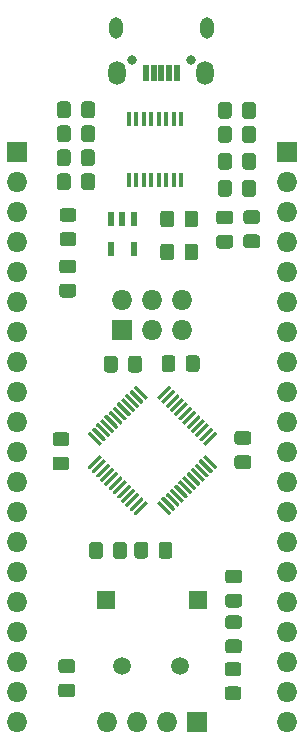
<source format=gbr>
%TF.GenerationSoftware,KiCad,Pcbnew,(5.1.6)-1*%
%TF.CreationDate,2021-02-05T10:54:59+01:00*%
%TF.ProjectId,DIY_Blackpill,4449595f-426c-4616-936b-70696c6c2e6b,rev?*%
%TF.SameCoordinates,Original*%
%TF.FileFunction,Soldermask,Top*%
%TF.FilePolarity,Negative*%
%FSLAX46Y46*%
G04 Gerber Fmt 4.6, Leading zero omitted, Abs format (unit mm)*
G04 Created by KiCad (PCBNEW (5.1.6)-1) date 2021-02-05 10:54:59*
%MOMM*%
%LPD*%
G01*
G04 APERTURE LIST*
%ADD10R,0.620000X1.270000*%
%ADD11O,1.720000X1.720000*%
%ADD12R,1.720000X1.720000*%
%ADD13R,1.520000X1.520000*%
%ADD14R,0.470000X1.320000*%
%ADD15O,1.470000X2.020000*%
%ADD16O,1.170000X1.820000*%
%ADD17O,0.820000X0.820000*%
%ADD18R,0.420000X1.220000*%
%ADD19C,1.520000*%
G04 APERTURE END LIST*
D10*
%TO.C,U3*%
X63180000Y-56114000D03*
X61280000Y-56114000D03*
X61280000Y-53614000D03*
X62230000Y-53614000D03*
X63180000Y-53614000D03*
%TD*%
D11*
%TO.C,J1*%
X53340000Y-96180000D03*
X53340000Y-93640000D03*
X53340000Y-91100000D03*
X53340000Y-88560000D03*
X53340000Y-86020000D03*
X53340000Y-83480000D03*
X53340000Y-80940000D03*
X53340000Y-78400000D03*
X53340000Y-75860000D03*
X53340000Y-73320000D03*
X53340000Y-70780000D03*
X53340000Y-68240000D03*
X53340000Y-65700000D03*
X53340000Y-63160000D03*
X53340000Y-60620000D03*
X53340000Y-58080000D03*
X53340000Y-55540000D03*
X53340000Y-53000000D03*
X53340000Y-50460000D03*
D12*
X53340000Y-47920000D03*
%TD*%
D13*
%TO.C,SW1*%
X68670000Y-85852000D03*
X60870000Y-85852000D03*
%TD*%
D11*
%TO.C,J4*%
X67310000Y-60452000D03*
X67310000Y-62992000D03*
X64770000Y-60452000D03*
X64770000Y-62992000D03*
X62230000Y-60452000D03*
D12*
X62230000Y-62992000D03*
%TD*%
%TO.C,C1*%
G36*
G01*
X59894000Y-47956747D02*
X59894000Y-48868053D01*
G75*
G02*
X59639653Y-49122400I-254347J0D01*
G01*
X58978347Y-49122400D01*
G75*
G02*
X58724000Y-48868053I0J254347D01*
G01*
X58724000Y-47956747D01*
G75*
G02*
X58978347Y-47702400I254347J0D01*
G01*
X59639653Y-47702400D01*
G75*
G02*
X59894000Y-47956747I0J-254347D01*
G01*
G37*
G36*
G01*
X57844000Y-47956747D02*
X57844000Y-48868053D01*
G75*
G02*
X57589653Y-49122400I-254347J0D01*
G01*
X56928347Y-49122400D01*
G75*
G02*
X56674000Y-48868053I0J254347D01*
G01*
X56674000Y-47956747D01*
G75*
G02*
X56928347Y-47702400I254347J0D01*
G01*
X57589653Y-47702400D01*
G75*
G02*
X57844000Y-47956747I0J-254347D01*
G01*
G37*
%TD*%
%TO.C,C2*%
G36*
G01*
X72883753Y-74765700D02*
X71972447Y-74765700D01*
G75*
G02*
X71718100Y-74511353I0J254347D01*
G01*
X71718100Y-73850047D01*
G75*
G02*
X71972447Y-73595700I254347J0D01*
G01*
X72883753Y-73595700D01*
G75*
G02*
X73138100Y-73850047I0J-254347D01*
G01*
X73138100Y-74511353D01*
G75*
G02*
X72883753Y-74765700I-254347J0D01*
G01*
G37*
G36*
G01*
X72883753Y-72715700D02*
X71972447Y-72715700D01*
G75*
G02*
X71718100Y-72461353I0J254347D01*
G01*
X71718100Y-71800047D01*
G75*
G02*
X71972447Y-71545700I254347J0D01*
G01*
X72883753Y-71545700D01*
G75*
G02*
X73138100Y-71800047I0J-254347D01*
G01*
X73138100Y-72461353D01*
G75*
G02*
X72883753Y-72715700I-254347J0D01*
G01*
G37*
%TD*%
%TO.C,C3*%
G36*
G01*
X70313800Y-46886853D02*
X70313800Y-45975547D01*
G75*
G02*
X70568147Y-45721200I254347J0D01*
G01*
X71229453Y-45721200D01*
G75*
G02*
X71483800Y-45975547I0J-254347D01*
G01*
X71483800Y-46886853D01*
G75*
G02*
X71229453Y-47141200I-254347J0D01*
G01*
X70568147Y-47141200D01*
G75*
G02*
X70313800Y-46886853I0J254347D01*
G01*
G37*
G36*
G01*
X72363800Y-46886853D02*
X72363800Y-45975547D01*
G75*
G02*
X72618147Y-45721200I254347J0D01*
G01*
X73279453Y-45721200D01*
G75*
G02*
X73533800Y-45975547I0J-254347D01*
G01*
X73533800Y-46886853D01*
G75*
G02*
X73279453Y-47141200I-254347J0D01*
G01*
X72618147Y-47141200D01*
G75*
G02*
X72363800Y-46886853I0J254347D01*
G01*
G37*
%TD*%
%TO.C,C4*%
G36*
G01*
X57862000Y-43892747D02*
X57862000Y-44804053D01*
G75*
G02*
X57607653Y-45058400I-254347J0D01*
G01*
X56946347Y-45058400D01*
G75*
G02*
X56692000Y-44804053I0J254347D01*
G01*
X56692000Y-43892747D01*
G75*
G02*
X56946347Y-43638400I254347J0D01*
G01*
X57607653Y-43638400D01*
G75*
G02*
X57862000Y-43892747I0J-254347D01*
G01*
G37*
G36*
G01*
X59912000Y-43892747D02*
X59912000Y-44804053D01*
G75*
G02*
X59657653Y-45058400I-254347J0D01*
G01*
X58996347Y-45058400D01*
G75*
G02*
X58742000Y-44804053I0J254347D01*
G01*
X58742000Y-43892747D01*
G75*
G02*
X58996347Y-43638400I254347J0D01*
G01*
X59657653Y-43638400D01*
G75*
G02*
X59912000Y-43892747I0J-254347D01*
G01*
G37*
%TD*%
%TO.C,C5*%
G36*
G01*
X72363800Y-51458853D02*
X72363800Y-50547547D01*
G75*
G02*
X72618147Y-50293200I254347J0D01*
G01*
X73279453Y-50293200D01*
G75*
G02*
X73533800Y-50547547I0J-254347D01*
G01*
X73533800Y-51458853D01*
G75*
G02*
X73279453Y-51713200I-254347J0D01*
G01*
X72618147Y-51713200D01*
G75*
G02*
X72363800Y-51458853I0J254347D01*
G01*
G37*
G36*
G01*
X70313800Y-51458853D02*
X70313800Y-50547547D01*
G75*
G02*
X70568147Y-50293200I254347J0D01*
G01*
X71229453Y-50293200D01*
G75*
G02*
X71483800Y-50547547I0J-254347D01*
G01*
X71483800Y-51458853D01*
G75*
G02*
X71229453Y-51713200I-254347J0D01*
G01*
X70568147Y-51713200D01*
G75*
G02*
X70313800Y-51458853I0J254347D01*
G01*
G37*
%TD*%
%TO.C,C6*%
G36*
G01*
X68758600Y-65381147D02*
X68758600Y-66292453D01*
G75*
G02*
X68504253Y-66546800I-254347J0D01*
G01*
X67842947Y-66546800D01*
G75*
G02*
X67588600Y-66292453I0J254347D01*
G01*
X67588600Y-65381147D01*
G75*
G02*
X67842947Y-65126800I254347J0D01*
G01*
X68504253Y-65126800D01*
G75*
G02*
X68758600Y-65381147I0J-254347D01*
G01*
G37*
G36*
G01*
X66708600Y-65381147D02*
X66708600Y-66292453D01*
G75*
G02*
X66454253Y-66546800I-254347J0D01*
G01*
X65792947Y-66546800D01*
G75*
G02*
X65538600Y-66292453I0J254347D01*
G01*
X65538600Y-65381147D01*
G75*
G02*
X65792947Y-65126800I254347J0D01*
G01*
X66454253Y-65126800D01*
G75*
G02*
X66708600Y-65381147I0J-254347D01*
G01*
G37*
%TD*%
%TO.C,C7*%
G36*
G01*
X59912000Y-45924747D02*
X59912000Y-46836053D01*
G75*
G02*
X59657653Y-47090400I-254347J0D01*
G01*
X58996347Y-47090400D01*
G75*
G02*
X58742000Y-46836053I0J254347D01*
G01*
X58742000Y-45924747D01*
G75*
G02*
X58996347Y-45670400I254347J0D01*
G01*
X59657653Y-45670400D01*
G75*
G02*
X59912000Y-45924747I0J-254347D01*
G01*
G37*
G36*
G01*
X57862000Y-45924747D02*
X57862000Y-46836053D01*
G75*
G02*
X57607653Y-47090400I-254347J0D01*
G01*
X56946347Y-47090400D01*
G75*
G02*
X56692000Y-46836053I0J254347D01*
G01*
X56692000Y-45924747D01*
G75*
G02*
X56946347Y-45670400I254347J0D01*
G01*
X57607653Y-45670400D01*
G75*
G02*
X57862000Y-45924747I0J-254347D01*
G01*
G37*
%TD*%
%TO.C,C8*%
G36*
G01*
X57478653Y-74880000D02*
X56567347Y-74880000D01*
G75*
G02*
X56313000Y-74625653I0J254347D01*
G01*
X56313000Y-73964347D01*
G75*
G02*
X56567347Y-73710000I254347J0D01*
G01*
X57478653Y-73710000D01*
G75*
G02*
X57733000Y-73964347I0J-254347D01*
G01*
X57733000Y-74625653D01*
G75*
G02*
X57478653Y-74880000I-254347J0D01*
G01*
G37*
G36*
G01*
X57478653Y-72830000D02*
X56567347Y-72830000D01*
G75*
G02*
X56313000Y-72575653I0J254347D01*
G01*
X56313000Y-71914347D01*
G75*
G02*
X56567347Y-71660000I254347J0D01*
G01*
X57478653Y-71660000D01*
G75*
G02*
X57733000Y-71914347I0J-254347D01*
G01*
X57733000Y-72575653D01*
G75*
G02*
X57478653Y-72830000I-254347J0D01*
G01*
G37*
%TD*%
%TO.C,C9*%
G36*
G01*
X57853000Y-49988747D02*
X57853000Y-50900053D01*
G75*
G02*
X57598653Y-51154400I-254347J0D01*
G01*
X56937347Y-51154400D01*
G75*
G02*
X56683000Y-50900053I0J254347D01*
G01*
X56683000Y-49988747D01*
G75*
G02*
X56937347Y-49734400I254347J0D01*
G01*
X57598653Y-49734400D01*
G75*
G02*
X57853000Y-49988747I0J-254347D01*
G01*
G37*
G36*
G01*
X59903000Y-49988747D02*
X59903000Y-50900053D01*
G75*
G02*
X59648653Y-51154400I-254347J0D01*
G01*
X58987347Y-51154400D01*
G75*
G02*
X58733000Y-50900053I0J254347D01*
G01*
X58733000Y-49988747D01*
G75*
G02*
X58987347Y-49734400I254347J0D01*
G01*
X59648653Y-49734400D01*
G75*
G02*
X59903000Y-49988747I0J-254347D01*
G01*
G37*
%TD*%
%TO.C,C10*%
G36*
G01*
X62711800Y-66343253D02*
X62711800Y-65431947D01*
G75*
G02*
X62966147Y-65177600I254347J0D01*
G01*
X63627453Y-65177600D01*
G75*
G02*
X63881800Y-65431947I0J-254347D01*
G01*
X63881800Y-66343253D01*
G75*
G02*
X63627453Y-66597600I-254347J0D01*
G01*
X62966147Y-66597600D01*
G75*
G02*
X62711800Y-66343253I0J254347D01*
G01*
G37*
G36*
G01*
X60661800Y-66343253D02*
X60661800Y-65431947D01*
G75*
G02*
X60916147Y-65177600I254347J0D01*
G01*
X61577453Y-65177600D01*
G75*
G02*
X61831800Y-65431947I0J-254347D01*
G01*
X61831800Y-66343253D01*
G75*
G02*
X61577453Y-66597600I-254347J0D01*
G01*
X60916147Y-66597600D01*
G75*
G02*
X60661800Y-66343253I0J254347D01*
G01*
G37*
%TD*%
%TO.C,C11*%
G36*
G01*
X66459900Y-81179947D02*
X66459900Y-82091253D01*
G75*
G02*
X66205553Y-82345600I-254347J0D01*
G01*
X65544247Y-82345600D01*
G75*
G02*
X65289900Y-82091253I0J254347D01*
G01*
X65289900Y-81179947D01*
G75*
G02*
X65544247Y-80925600I254347J0D01*
G01*
X66205553Y-80925600D01*
G75*
G02*
X66459900Y-81179947I0J-254347D01*
G01*
G37*
G36*
G01*
X64409900Y-81179947D02*
X64409900Y-82091253D01*
G75*
G02*
X64155553Y-82345600I-254347J0D01*
G01*
X63494247Y-82345600D01*
G75*
G02*
X63239900Y-82091253I0J254347D01*
G01*
X63239900Y-81179947D01*
G75*
G02*
X63494247Y-80925600I254347J0D01*
G01*
X64155553Y-80925600D01*
G75*
G02*
X64409900Y-81179947I0J-254347D01*
G01*
G37*
%TD*%
%TO.C,C12*%
G36*
G01*
X71185047Y-89196600D02*
X72096353Y-89196600D01*
G75*
G02*
X72350700Y-89450947I0J-254347D01*
G01*
X72350700Y-90112253D01*
G75*
G02*
X72096353Y-90366600I-254347J0D01*
G01*
X71185047Y-90366600D01*
G75*
G02*
X70930700Y-90112253I0J254347D01*
G01*
X70930700Y-89450947D01*
G75*
G02*
X71185047Y-89196600I254347J0D01*
G01*
G37*
G36*
G01*
X71185047Y-87146600D02*
X72096353Y-87146600D01*
G75*
G02*
X72350700Y-87400947I0J-254347D01*
G01*
X72350700Y-88062253D01*
G75*
G02*
X72096353Y-88316600I-254347J0D01*
G01*
X71185047Y-88316600D01*
G75*
G02*
X70930700Y-88062253I0J254347D01*
G01*
X70930700Y-87400947D01*
G75*
G02*
X71185047Y-87146600I254347J0D01*
G01*
G37*
%TD*%
%TO.C,C13*%
G36*
G01*
X66607000Y-53138347D02*
X66607000Y-54049653D01*
G75*
G02*
X66352653Y-54304000I-254347J0D01*
G01*
X65691347Y-54304000D01*
G75*
G02*
X65437000Y-54049653I0J254347D01*
G01*
X65437000Y-53138347D01*
G75*
G02*
X65691347Y-52884000I254347J0D01*
G01*
X66352653Y-52884000D01*
G75*
G02*
X66607000Y-53138347I0J-254347D01*
G01*
G37*
G36*
G01*
X68657000Y-53138347D02*
X68657000Y-54049653D01*
G75*
G02*
X68402653Y-54304000I-254347J0D01*
G01*
X67741347Y-54304000D01*
G75*
G02*
X67487000Y-54049653I0J254347D01*
G01*
X67487000Y-53138347D01*
G75*
G02*
X67741347Y-52884000I254347J0D01*
G01*
X68402653Y-52884000D01*
G75*
G02*
X68657000Y-53138347I0J-254347D01*
G01*
G37*
%TD*%
%TO.C,C14*%
G36*
G01*
X72045553Y-92295400D02*
X71134247Y-92295400D01*
G75*
G02*
X70879900Y-92041053I0J254347D01*
G01*
X70879900Y-91379747D01*
G75*
G02*
X71134247Y-91125400I254347J0D01*
G01*
X72045553Y-91125400D01*
G75*
G02*
X72299900Y-91379747I0J-254347D01*
G01*
X72299900Y-92041053D01*
G75*
G02*
X72045553Y-92295400I-254347J0D01*
G01*
G37*
G36*
G01*
X72045553Y-94345400D02*
X71134247Y-94345400D01*
G75*
G02*
X70879900Y-94091053I0J254347D01*
G01*
X70879900Y-93429747D01*
G75*
G02*
X71134247Y-93175400I254347J0D01*
G01*
X72045553Y-93175400D01*
G75*
G02*
X72299900Y-93429747I0J-254347D01*
G01*
X72299900Y-94091053D01*
G75*
G02*
X72045553Y-94345400I-254347J0D01*
G01*
G37*
%TD*%
%TO.C,C15*%
G36*
G01*
X57973953Y-94095100D02*
X57062647Y-94095100D01*
G75*
G02*
X56808300Y-93840753I0J254347D01*
G01*
X56808300Y-93179447D01*
G75*
G02*
X57062647Y-92925100I254347J0D01*
G01*
X57973953Y-92925100D01*
G75*
G02*
X58228300Y-93179447I0J-254347D01*
G01*
X58228300Y-93840753D01*
G75*
G02*
X57973953Y-94095100I-254347J0D01*
G01*
G37*
G36*
G01*
X57973953Y-92045100D02*
X57062647Y-92045100D01*
G75*
G02*
X56808300Y-91790753I0J254347D01*
G01*
X56808300Y-91129447D01*
G75*
G02*
X57062647Y-90875100I254347J0D01*
G01*
X57973953Y-90875100D01*
G75*
G02*
X58228300Y-91129447I0J-254347D01*
G01*
X58228300Y-91790753D01*
G75*
G02*
X57973953Y-92045100I-254347J0D01*
G01*
G37*
%TD*%
%TO.C,C16*%
G36*
G01*
X68657000Y-55932347D02*
X68657000Y-56843653D01*
G75*
G02*
X68402653Y-57098000I-254347J0D01*
G01*
X67741347Y-57098000D01*
G75*
G02*
X67487000Y-56843653I0J254347D01*
G01*
X67487000Y-55932347D01*
G75*
G02*
X67741347Y-55678000I254347J0D01*
G01*
X68402653Y-55678000D01*
G75*
G02*
X68657000Y-55932347I0J-254347D01*
G01*
G37*
G36*
G01*
X66607000Y-55932347D02*
X66607000Y-56843653D01*
G75*
G02*
X66352653Y-57098000I-254347J0D01*
G01*
X65691347Y-57098000D01*
G75*
G02*
X65437000Y-56843653I0J254347D01*
G01*
X65437000Y-55932347D01*
G75*
G02*
X65691347Y-55678000I254347J0D01*
G01*
X66352653Y-55678000D01*
G75*
G02*
X66607000Y-55932347I0J-254347D01*
G01*
G37*
%TD*%
%TO.C,D1*%
G36*
G01*
X57138847Y-59075900D02*
X58050153Y-59075900D01*
G75*
G02*
X58304500Y-59330247I0J-254347D01*
G01*
X58304500Y-59991553D01*
G75*
G02*
X58050153Y-60245900I-254347J0D01*
G01*
X57138847Y-60245900D01*
G75*
G02*
X56884500Y-59991553I0J254347D01*
G01*
X56884500Y-59330247D01*
G75*
G02*
X57138847Y-59075900I254347J0D01*
G01*
G37*
G36*
G01*
X57138847Y-57025900D02*
X58050153Y-57025900D01*
G75*
G02*
X58304500Y-57280247I0J-254347D01*
G01*
X58304500Y-57941553D01*
G75*
G02*
X58050153Y-58195900I-254347J0D01*
G01*
X57138847Y-58195900D01*
G75*
G02*
X56884500Y-57941553I0J254347D01*
G01*
X56884500Y-57280247D01*
G75*
G02*
X57138847Y-57025900I254347J0D01*
G01*
G37*
%TD*%
%TO.C,D2*%
G36*
G01*
X71347053Y-56105700D02*
X70435747Y-56105700D01*
G75*
G02*
X70181400Y-55851353I0J254347D01*
G01*
X70181400Y-55190047D01*
G75*
G02*
X70435747Y-54935700I254347J0D01*
G01*
X71347053Y-54935700D01*
G75*
G02*
X71601400Y-55190047I0J-254347D01*
G01*
X71601400Y-55851353D01*
G75*
G02*
X71347053Y-56105700I-254347J0D01*
G01*
G37*
G36*
G01*
X71347053Y-54055700D02*
X70435747Y-54055700D01*
G75*
G02*
X70181400Y-53801353I0J254347D01*
G01*
X70181400Y-53140047D01*
G75*
G02*
X70435747Y-52885700I254347J0D01*
G01*
X71347053Y-52885700D01*
G75*
G02*
X71601400Y-53140047I0J-254347D01*
G01*
X71601400Y-53801353D01*
G75*
G02*
X71347053Y-54055700I-254347J0D01*
G01*
G37*
%TD*%
%TO.C,J2*%
X76200000Y-47920000D03*
D11*
X76200000Y-50460000D03*
X76200000Y-53000000D03*
X76200000Y-55540000D03*
X76200000Y-58080000D03*
X76200000Y-60620000D03*
X76200000Y-63160000D03*
X76200000Y-65700000D03*
X76200000Y-68240000D03*
X76200000Y-70780000D03*
X76200000Y-73320000D03*
X76200000Y-75860000D03*
X76200000Y-78400000D03*
X76200000Y-80940000D03*
X76200000Y-83480000D03*
X76200000Y-86020000D03*
X76200000Y-88560000D03*
X76200000Y-91100000D03*
X76200000Y-93640000D03*
X76200000Y-96180000D03*
%TD*%
D14*
%TO.C,J3*%
X66832000Y-41270000D03*
X66182000Y-41270000D03*
X65532000Y-41270000D03*
X64882000Y-41270000D03*
X64232000Y-41270000D03*
D15*
X69257000Y-41220000D03*
X61807000Y-41220000D03*
D16*
X69407000Y-37420000D03*
X61657000Y-37420000D03*
D17*
X68032000Y-40170000D03*
X63032000Y-40170000D03*
%TD*%
D12*
%TO.C,J5*%
X68580000Y-96180000D03*
D11*
X66040000Y-96180000D03*
X63500000Y-96180000D03*
X60960000Y-96180000D03*
%TD*%
%TO.C,R1*%
G36*
G01*
X73533800Y-43943547D02*
X73533800Y-44854853D01*
G75*
G02*
X73279453Y-45109200I-254347J0D01*
G01*
X72618147Y-45109200D01*
G75*
G02*
X72363800Y-44854853I0J254347D01*
G01*
X72363800Y-43943547D01*
G75*
G02*
X72618147Y-43689200I254347J0D01*
G01*
X73279453Y-43689200D01*
G75*
G02*
X73533800Y-43943547I0J-254347D01*
G01*
G37*
G36*
G01*
X71483800Y-43943547D02*
X71483800Y-44854853D01*
G75*
G02*
X71229453Y-45109200I-254347J0D01*
G01*
X70568147Y-45109200D01*
G75*
G02*
X70313800Y-44854853I0J254347D01*
G01*
X70313800Y-43943547D01*
G75*
G02*
X70568147Y-43689200I254347J0D01*
G01*
X71229453Y-43689200D01*
G75*
G02*
X71483800Y-43943547I0J-254347D01*
G01*
G37*
%TD*%
%TO.C,R2*%
G36*
G01*
X71492800Y-48261547D02*
X71492800Y-49172853D01*
G75*
G02*
X71238453Y-49427200I-254347J0D01*
G01*
X70577147Y-49427200D01*
G75*
G02*
X70322800Y-49172853I0J254347D01*
G01*
X70322800Y-48261547D01*
G75*
G02*
X70577147Y-48007200I254347J0D01*
G01*
X71238453Y-48007200D01*
G75*
G02*
X71492800Y-48261547I0J-254347D01*
G01*
G37*
G36*
G01*
X73542800Y-48261547D02*
X73542800Y-49172853D01*
G75*
G02*
X73288453Y-49427200I-254347J0D01*
G01*
X72627147Y-49427200D01*
G75*
G02*
X72372800Y-49172853I0J254347D01*
G01*
X72372800Y-48261547D01*
G75*
G02*
X72627147Y-48007200I254347J0D01*
G01*
X73288453Y-48007200D01*
G75*
G02*
X73542800Y-48261547I0J-254347D01*
G01*
G37*
%TD*%
%TO.C,R3*%
G36*
G01*
X57164247Y-52669800D02*
X58075553Y-52669800D01*
G75*
G02*
X58329900Y-52924147I0J-254347D01*
G01*
X58329900Y-53585453D01*
G75*
G02*
X58075553Y-53839800I-254347J0D01*
G01*
X57164247Y-53839800D01*
G75*
G02*
X56909900Y-53585453I0J254347D01*
G01*
X56909900Y-52924147D01*
G75*
G02*
X57164247Y-52669800I254347J0D01*
G01*
G37*
G36*
G01*
X57164247Y-54719800D02*
X58075553Y-54719800D01*
G75*
G02*
X58329900Y-54974147I0J-254347D01*
G01*
X58329900Y-55635453D01*
G75*
G02*
X58075553Y-55889800I-254347J0D01*
G01*
X57164247Y-55889800D01*
G75*
G02*
X56909900Y-55635453I0J254347D01*
G01*
X56909900Y-54974147D01*
G75*
G02*
X57164247Y-54719800I254347J0D01*
G01*
G37*
%TD*%
%TO.C,R4*%
G36*
G01*
X72721747Y-54901300D02*
X73633053Y-54901300D01*
G75*
G02*
X73887400Y-55155647I0J-254347D01*
G01*
X73887400Y-55816953D01*
G75*
G02*
X73633053Y-56071300I-254347J0D01*
G01*
X72721747Y-56071300D01*
G75*
G02*
X72467400Y-55816953I0J254347D01*
G01*
X72467400Y-55155647D01*
G75*
G02*
X72721747Y-54901300I254347J0D01*
G01*
G37*
G36*
G01*
X72721747Y-52851300D02*
X73633053Y-52851300D01*
G75*
G02*
X73887400Y-53105647I0J-254347D01*
G01*
X73887400Y-53766953D01*
G75*
G02*
X73633053Y-54021300I-254347J0D01*
G01*
X72721747Y-54021300D01*
G75*
G02*
X72467400Y-53766953I0J254347D01*
G01*
X72467400Y-53105647D01*
G75*
G02*
X72721747Y-52851300I254347J0D01*
G01*
G37*
%TD*%
%TO.C,R5*%
G36*
G01*
X72109053Y-86500500D02*
X71197747Y-86500500D01*
G75*
G02*
X70943400Y-86246153I0J254347D01*
G01*
X70943400Y-85584847D01*
G75*
G02*
X71197747Y-85330500I254347J0D01*
G01*
X72109053Y-85330500D01*
G75*
G02*
X72363400Y-85584847I0J-254347D01*
G01*
X72363400Y-86246153D01*
G75*
G02*
X72109053Y-86500500I-254347J0D01*
G01*
G37*
G36*
G01*
X72109053Y-84450500D02*
X71197747Y-84450500D01*
G75*
G02*
X70943400Y-84196153I0J254347D01*
G01*
X70943400Y-83534847D01*
G75*
G02*
X71197747Y-83280500I254347J0D01*
G01*
X72109053Y-83280500D01*
G75*
G02*
X72363400Y-83534847I0J-254347D01*
G01*
X72363400Y-84196153D01*
G75*
G02*
X72109053Y-84450500I-254347J0D01*
G01*
G37*
%TD*%
%TO.C,R6*%
G36*
G01*
X61447100Y-82116653D02*
X61447100Y-81205347D01*
G75*
G02*
X61701447Y-80951000I254347J0D01*
G01*
X62362753Y-80951000D01*
G75*
G02*
X62617100Y-81205347I0J-254347D01*
G01*
X62617100Y-82116653D01*
G75*
G02*
X62362753Y-82371000I-254347J0D01*
G01*
X61701447Y-82371000D01*
G75*
G02*
X61447100Y-82116653I0J254347D01*
G01*
G37*
G36*
G01*
X59397100Y-82116653D02*
X59397100Y-81205347D01*
G75*
G02*
X59651447Y-80951000I254347J0D01*
G01*
X60312753Y-80951000D01*
G75*
G02*
X60567100Y-81205347I0J-254347D01*
G01*
X60567100Y-82116653D01*
G75*
G02*
X60312753Y-82371000I-254347J0D01*
G01*
X59651447Y-82371000D01*
G75*
G02*
X59397100Y-82116653I0J254347D01*
G01*
G37*
%TD*%
%TO.C,U1*%
G36*
G01*
X65183657Y-68660981D02*
X66127644Y-67716993D01*
G75*
G02*
X66240782Y-67716993I56569J-56569D01*
G01*
X66353919Y-67830130D01*
G75*
G02*
X66353919Y-67943268I-56569J-56569D01*
G01*
X65409932Y-68887255D01*
G75*
G02*
X65296794Y-68887255I-56569J56569D01*
G01*
X65183657Y-68774118D01*
G75*
G02*
X65183657Y-68660980I56569J56569D01*
G01*
G37*
G36*
G01*
X65537211Y-69014535D02*
X66481198Y-68070547D01*
G75*
G02*
X66594336Y-68070547I56569J-56569D01*
G01*
X66707473Y-68183684D01*
G75*
G02*
X66707473Y-68296822I-56569J-56569D01*
G01*
X65763486Y-69240809D01*
G75*
G02*
X65650348Y-69240809I-56569J56569D01*
G01*
X65537211Y-69127672D01*
G75*
G02*
X65537211Y-69014534I56569J56569D01*
G01*
G37*
G36*
G01*
X65890764Y-69368088D02*
X66834751Y-68424100D01*
G75*
G02*
X66947889Y-68424100I56569J-56569D01*
G01*
X67061026Y-68537237D01*
G75*
G02*
X67061026Y-68650375I-56569J-56569D01*
G01*
X66117039Y-69594362D01*
G75*
G02*
X66003901Y-69594362I-56569J56569D01*
G01*
X65890764Y-69481225D01*
G75*
G02*
X65890764Y-69368087I56569J56569D01*
G01*
G37*
G36*
G01*
X66244318Y-69721642D02*
X67188305Y-68777654D01*
G75*
G02*
X67301443Y-68777654I56569J-56569D01*
G01*
X67414580Y-68890791D01*
G75*
G02*
X67414580Y-69003929I-56569J-56569D01*
G01*
X66470593Y-69947916D01*
G75*
G02*
X66357455Y-69947916I-56569J56569D01*
G01*
X66244318Y-69834779D01*
G75*
G02*
X66244318Y-69721641I56569J56569D01*
G01*
G37*
G36*
G01*
X66597871Y-70075195D02*
X67541858Y-69131207D01*
G75*
G02*
X67654996Y-69131207I56569J-56569D01*
G01*
X67768133Y-69244344D01*
G75*
G02*
X67768133Y-69357482I-56569J-56569D01*
G01*
X66824146Y-70301469D01*
G75*
G02*
X66711008Y-70301469I-56569J56569D01*
G01*
X66597871Y-70188332D01*
G75*
G02*
X66597871Y-70075194I56569J56569D01*
G01*
G37*
G36*
G01*
X66951424Y-70428748D02*
X67895411Y-69484760D01*
G75*
G02*
X68008549Y-69484760I56569J-56569D01*
G01*
X68121686Y-69597897D01*
G75*
G02*
X68121686Y-69711035I-56569J-56569D01*
G01*
X67177699Y-70655022D01*
G75*
G02*
X67064561Y-70655022I-56569J56569D01*
G01*
X66951424Y-70541885D01*
G75*
G02*
X66951424Y-70428747I56569J56569D01*
G01*
G37*
G36*
G01*
X67304978Y-70782302D02*
X68248965Y-69838314D01*
G75*
G02*
X68362103Y-69838314I56569J-56569D01*
G01*
X68475240Y-69951451D01*
G75*
G02*
X68475240Y-70064589I-56569J-56569D01*
G01*
X67531253Y-71008576D01*
G75*
G02*
X67418115Y-71008576I-56569J56569D01*
G01*
X67304978Y-70895439D01*
G75*
G02*
X67304978Y-70782301I56569J56569D01*
G01*
G37*
G36*
G01*
X67658531Y-71135855D02*
X68602518Y-70191867D01*
G75*
G02*
X68715656Y-70191867I56569J-56569D01*
G01*
X68828793Y-70305004D01*
G75*
G02*
X68828793Y-70418142I-56569J-56569D01*
G01*
X67884806Y-71362129D01*
G75*
G02*
X67771668Y-71362129I-56569J56569D01*
G01*
X67658531Y-71248992D01*
G75*
G02*
X67658531Y-71135854I56569J56569D01*
G01*
G37*
G36*
G01*
X68012084Y-71489408D02*
X68956071Y-70545420D01*
G75*
G02*
X69069209Y-70545420I56569J-56569D01*
G01*
X69182346Y-70658557D01*
G75*
G02*
X69182346Y-70771695I-56569J-56569D01*
G01*
X68238359Y-71715682D01*
G75*
G02*
X68125221Y-71715682I-56569J56569D01*
G01*
X68012084Y-71602545D01*
G75*
G02*
X68012084Y-71489407I56569J56569D01*
G01*
G37*
G36*
G01*
X68365638Y-71842962D02*
X69309625Y-70898974D01*
G75*
G02*
X69422763Y-70898974I56569J-56569D01*
G01*
X69535900Y-71012111D01*
G75*
G02*
X69535900Y-71125249I-56569J-56569D01*
G01*
X68591913Y-72069236D01*
G75*
G02*
X68478775Y-72069236I-56569J56569D01*
G01*
X68365638Y-71956099D01*
G75*
G02*
X68365638Y-71842961I56569J56569D01*
G01*
G37*
G36*
G01*
X68719191Y-72196515D02*
X69663178Y-71252527D01*
G75*
G02*
X69776316Y-71252527I56569J-56569D01*
G01*
X69889453Y-71365664D01*
G75*
G02*
X69889453Y-71478802I-56569J-56569D01*
G01*
X68945466Y-72422789D01*
G75*
G02*
X68832328Y-72422789I-56569J56569D01*
G01*
X68719191Y-72309652D01*
G75*
G02*
X68719191Y-72196514I56569J56569D01*
G01*
G37*
G36*
G01*
X69072745Y-72550069D02*
X70016732Y-71606081D01*
G75*
G02*
X70129870Y-71606081I56569J-56569D01*
G01*
X70243007Y-71719218D01*
G75*
G02*
X70243007Y-71832356I-56569J-56569D01*
G01*
X69299020Y-72776343D01*
G75*
G02*
X69185882Y-72776343I-56569J56569D01*
G01*
X69072745Y-72663206D01*
G75*
G02*
X69072745Y-72550068I56569J56569D01*
G01*
G37*
G36*
G01*
X69072745Y-73716794D02*
X69185882Y-73603657D01*
G75*
G02*
X69299020Y-73603657I56569J-56569D01*
G01*
X70243007Y-74547644D01*
G75*
G02*
X70243007Y-74660782I-56569J-56569D01*
G01*
X70129870Y-74773919D01*
G75*
G02*
X70016732Y-74773919I-56569J56569D01*
G01*
X69072745Y-73829932D01*
G75*
G02*
X69072745Y-73716794I56569J56569D01*
G01*
G37*
G36*
G01*
X68719191Y-74070348D02*
X68832328Y-73957211D01*
G75*
G02*
X68945466Y-73957211I56569J-56569D01*
G01*
X69889453Y-74901198D01*
G75*
G02*
X69889453Y-75014336I-56569J-56569D01*
G01*
X69776316Y-75127473D01*
G75*
G02*
X69663178Y-75127473I-56569J56569D01*
G01*
X68719191Y-74183486D01*
G75*
G02*
X68719191Y-74070348I56569J56569D01*
G01*
G37*
G36*
G01*
X68365638Y-74423901D02*
X68478775Y-74310764D01*
G75*
G02*
X68591913Y-74310764I56569J-56569D01*
G01*
X69535900Y-75254751D01*
G75*
G02*
X69535900Y-75367889I-56569J-56569D01*
G01*
X69422763Y-75481026D01*
G75*
G02*
X69309625Y-75481026I-56569J56569D01*
G01*
X68365638Y-74537039D01*
G75*
G02*
X68365638Y-74423901I56569J56569D01*
G01*
G37*
G36*
G01*
X68012084Y-74777455D02*
X68125221Y-74664318D01*
G75*
G02*
X68238359Y-74664318I56569J-56569D01*
G01*
X69182346Y-75608305D01*
G75*
G02*
X69182346Y-75721443I-56569J-56569D01*
G01*
X69069209Y-75834580D01*
G75*
G02*
X68956071Y-75834580I-56569J56569D01*
G01*
X68012084Y-74890593D01*
G75*
G02*
X68012084Y-74777455I56569J56569D01*
G01*
G37*
G36*
G01*
X67658531Y-75131008D02*
X67771668Y-75017871D01*
G75*
G02*
X67884806Y-75017871I56569J-56569D01*
G01*
X68828793Y-75961858D01*
G75*
G02*
X68828793Y-76074996I-56569J-56569D01*
G01*
X68715656Y-76188133D01*
G75*
G02*
X68602518Y-76188133I-56569J56569D01*
G01*
X67658531Y-75244146D01*
G75*
G02*
X67658531Y-75131008I56569J56569D01*
G01*
G37*
G36*
G01*
X67304978Y-75484561D02*
X67418115Y-75371424D01*
G75*
G02*
X67531253Y-75371424I56569J-56569D01*
G01*
X68475240Y-76315411D01*
G75*
G02*
X68475240Y-76428549I-56569J-56569D01*
G01*
X68362103Y-76541686D01*
G75*
G02*
X68248965Y-76541686I-56569J56569D01*
G01*
X67304978Y-75597699D01*
G75*
G02*
X67304978Y-75484561I56569J56569D01*
G01*
G37*
G36*
G01*
X66951424Y-75838115D02*
X67064561Y-75724978D01*
G75*
G02*
X67177699Y-75724978I56569J-56569D01*
G01*
X68121686Y-76668965D01*
G75*
G02*
X68121686Y-76782103I-56569J-56569D01*
G01*
X68008549Y-76895240D01*
G75*
G02*
X67895411Y-76895240I-56569J56569D01*
G01*
X66951424Y-75951253D01*
G75*
G02*
X66951424Y-75838115I56569J56569D01*
G01*
G37*
G36*
G01*
X66597871Y-76191668D02*
X66711008Y-76078531D01*
G75*
G02*
X66824146Y-76078531I56569J-56569D01*
G01*
X67768133Y-77022518D01*
G75*
G02*
X67768133Y-77135656I-56569J-56569D01*
G01*
X67654996Y-77248793D01*
G75*
G02*
X67541858Y-77248793I-56569J56569D01*
G01*
X66597871Y-76304806D01*
G75*
G02*
X66597871Y-76191668I56569J56569D01*
G01*
G37*
G36*
G01*
X66244318Y-76545221D02*
X66357455Y-76432084D01*
G75*
G02*
X66470593Y-76432084I56569J-56569D01*
G01*
X67414580Y-77376071D01*
G75*
G02*
X67414580Y-77489209I-56569J-56569D01*
G01*
X67301443Y-77602346D01*
G75*
G02*
X67188305Y-77602346I-56569J56569D01*
G01*
X66244318Y-76658359D01*
G75*
G02*
X66244318Y-76545221I56569J56569D01*
G01*
G37*
G36*
G01*
X65890764Y-76898775D02*
X66003901Y-76785638D01*
G75*
G02*
X66117039Y-76785638I56569J-56569D01*
G01*
X67061026Y-77729625D01*
G75*
G02*
X67061026Y-77842763I-56569J-56569D01*
G01*
X66947889Y-77955900D01*
G75*
G02*
X66834751Y-77955900I-56569J56569D01*
G01*
X65890764Y-77011913D01*
G75*
G02*
X65890764Y-76898775I56569J56569D01*
G01*
G37*
G36*
G01*
X65537211Y-77252328D02*
X65650348Y-77139191D01*
G75*
G02*
X65763486Y-77139191I56569J-56569D01*
G01*
X66707473Y-78083178D01*
G75*
G02*
X66707473Y-78196316I-56569J-56569D01*
G01*
X66594336Y-78309453D01*
G75*
G02*
X66481198Y-78309453I-56569J56569D01*
G01*
X65537211Y-77365466D01*
G75*
G02*
X65537211Y-77252328I56569J56569D01*
G01*
G37*
G36*
G01*
X65183657Y-77605882D02*
X65296794Y-77492745D01*
G75*
G02*
X65409932Y-77492745I56569J-56569D01*
G01*
X66353919Y-78436732D01*
G75*
G02*
X66353919Y-78549870I-56569J-56569D01*
G01*
X66240782Y-78663007D01*
G75*
G02*
X66127644Y-78663007I-56569J56569D01*
G01*
X65183657Y-77719020D01*
G75*
G02*
X65183657Y-77605882I56569J56569D01*
G01*
G37*
G36*
G01*
X63186081Y-78436733D02*
X64130068Y-77492745D01*
G75*
G02*
X64243206Y-77492745I56569J-56569D01*
G01*
X64356343Y-77605882D01*
G75*
G02*
X64356343Y-77719020I-56569J-56569D01*
G01*
X63412356Y-78663007D01*
G75*
G02*
X63299218Y-78663007I-56569J56569D01*
G01*
X63186081Y-78549870D01*
G75*
G02*
X63186081Y-78436732I56569J56569D01*
G01*
G37*
G36*
G01*
X62832527Y-78083179D02*
X63776514Y-77139191D01*
G75*
G02*
X63889652Y-77139191I56569J-56569D01*
G01*
X64002789Y-77252328D01*
G75*
G02*
X64002789Y-77365466I-56569J-56569D01*
G01*
X63058802Y-78309453D01*
G75*
G02*
X62945664Y-78309453I-56569J56569D01*
G01*
X62832527Y-78196316D01*
G75*
G02*
X62832527Y-78083178I56569J56569D01*
G01*
G37*
G36*
G01*
X62478974Y-77729626D02*
X63422961Y-76785638D01*
G75*
G02*
X63536099Y-76785638I56569J-56569D01*
G01*
X63649236Y-76898775D01*
G75*
G02*
X63649236Y-77011913I-56569J-56569D01*
G01*
X62705249Y-77955900D01*
G75*
G02*
X62592111Y-77955900I-56569J56569D01*
G01*
X62478974Y-77842763D01*
G75*
G02*
X62478974Y-77729625I56569J56569D01*
G01*
G37*
G36*
G01*
X62125420Y-77376072D02*
X63069407Y-76432084D01*
G75*
G02*
X63182545Y-76432084I56569J-56569D01*
G01*
X63295682Y-76545221D01*
G75*
G02*
X63295682Y-76658359I-56569J-56569D01*
G01*
X62351695Y-77602346D01*
G75*
G02*
X62238557Y-77602346I-56569J56569D01*
G01*
X62125420Y-77489209D01*
G75*
G02*
X62125420Y-77376071I56569J56569D01*
G01*
G37*
G36*
G01*
X61771867Y-77022519D02*
X62715854Y-76078531D01*
G75*
G02*
X62828992Y-76078531I56569J-56569D01*
G01*
X62942129Y-76191668D01*
G75*
G02*
X62942129Y-76304806I-56569J-56569D01*
G01*
X61998142Y-77248793D01*
G75*
G02*
X61885004Y-77248793I-56569J56569D01*
G01*
X61771867Y-77135656D01*
G75*
G02*
X61771867Y-77022518I56569J56569D01*
G01*
G37*
G36*
G01*
X61418314Y-76668966D02*
X62362301Y-75724978D01*
G75*
G02*
X62475439Y-75724978I56569J-56569D01*
G01*
X62588576Y-75838115D01*
G75*
G02*
X62588576Y-75951253I-56569J-56569D01*
G01*
X61644589Y-76895240D01*
G75*
G02*
X61531451Y-76895240I-56569J56569D01*
G01*
X61418314Y-76782103D01*
G75*
G02*
X61418314Y-76668965I56569J56569D01*
G01*
G37*
G36*
G01*
X61064760Y-76315412D02*
X62008747Y-75371424D01*
G75*
G02*
X62121885Y-75371424I56569J-56569D01*
G01*
X62235022Y-75484561D01*
G75*
G02*
X62235022Y-75597699I-56569J-56569D01*
G01*
X61291035Y-76541686D01*
G75*
G02*
X61177897Y-76541686I-56569J56569D01*
G01*
X61064760Y-76428549D01*
G75*
G02*
X61064760Y-76315411I56569J56569D01*
G01*
G37*
G36*
G01*
X60711207Y-75961859D02*
X61655194Y-75017871D01*
G75*
G02*
X61768332Y-75017871I56569J-56569D01*
G01*
X61881469Y-75131008D01*
G75*
G02*
X61881469Y-75244146I-56569J-56569D01*
G01*
X60937482Y-76188133D01*
G75*
G02*
X60824344Y-76188133I-56569J56569D01*
G01*
X60711207Y-76074996D01*
G75*
G02*
X60711207Y-75961858I56569J56569D01*
G01*
G37*
G36*
G01*
X60357654Y-75608306D02*
X61301641Y-74664318D01*
G75*
G02*
X61414779Y-74664318I56569J-56569D01*
G01*
X61527916Y-74777455D01*
G75*
G02*
X61527916Y-74890593I-56569J-56569D01*
G01*
X60583929Y-75834580D01*
G75*
G02*
X60470791Y-75834580I-56569J56569D01*
G01*
X60357654Y-75721443D01*
G75*
G02*
X60357654Y-75608305I56569J56569D01*
G01*
G37*
G36*
G01*
X60004100Y-75254752D02*
X60948087Y-74310764D01*
G75*
G02*
X61061225Y-74310764I56569J-56569D01*
G01*
X61174362Y-74423901D01*
G75*
G02*
X61174362Y-74537039I-56569J-56569D01*
G01*
X60230375Y-75481026D01*
G75*
G02*
X60117237Y-75481026I-56569J56569D01*
G01*
X60004100Y-75367889D01*
G75*
G02*
X60004100Y-75254751I56569J56569D01*
G01*
G37*
G36*
G01*
X59650547Y-74901199D02*
X60594534Y-73957211D01*
G75*
G02*
X60707672Y-73957211I56569J-56569D01*
G01*
X60820809Y-74070348D01*
G75*
G02*
X60820809Y-74183486I-56569J-56569D01*
G01*
X59876822Y-75127473D01*
G75*
G02*
X59763684Y-75127473I-56569J56569D01*
G01*
X59650547Y-75014336D01*
G75*
G02*
X59650547Y-74901198I56569J56569D01*
G01*
G37*
G36*
G01*
X59296993Y-74547645D02*
X60240980Y-73603657D01*
G75*
G02*
X60354118Y-73603657I56569J-56569D01*
G01*
X60467255Y-73716794D01*
G75*
G02*
X60467255Y-73829932I-56569J-56569D01*
G01*
X59523268Y-74773919D01*
G75*
G02*
X59410130Y-74773919I-56569J56569D01*
G01*
X59296993Y-74660782D01*
G75*
G02*
X59296993Y-74547644I56569J56569D01*
G01*
G37*
G36*
G01*
X59296993Y-71719218D02*
X59410130Y-71606081D01*
G75*
G02*
X59523268Y-71606081I56569J-56569D01*
G01*
X60467255Y-72550068D01*
G75*
G02*
X60467255Y-72663206I-56569J-56569D01*
G01*
X60354118Y-72776343D01*
G75*
G02*
X60240980Y-72776343I-56569J56569D01*
G01*
X59296993Y-71832356D01*
G75*
G02*
X59296993Y-71719218I56569J56569D01*
G01*
G37*
G36*
G01*
X59650547Y-71365664D02*
X59763684Y-71252527D01*
G75*
G02*
X59876822Y-71252527I56569J-56569D01*
G01*
X60820809Y-72196514D01*
G75*
G02*
X60820809Y-72309652I-56569J-56569D01*
G01*
X60707672Y-72422789D01*
G75*
G02*
X60594534Y-72422789I-56569J56569D01*
G01*
X59650547Y-71478802D01*
G75*
G02*
X59650547Y-71365664I56569J56569D01*
G01*
G37*
G36*
G01*
X60004100Y-71012111D02*
X60117237Y-70898974D01*
G75*
G02*
X60230375Y-70898974I56569J-56569D01*
G01*
X61174362Y-71842961D01*
G75*
G02*
X61174362Y-71956099I-56569J-56569D01*
G01*
X61061225Y-72069236D01*
G75*
G02*
X60948087Y-72069236I-56569J56569D01*
G01*
X60004100Y-71125249D01*
G75*
G02*
X60004100Y-71012111I56569J56569D01*
G01*
G37*
G36*
G01*
X60357654Y-70658557D02*
X60470791Y-70545420D01*
G75*
G02*
X60583929Y-70545420I56569J-56569D01*
G01*
X61527916Y-71489407D01*
G75*
G02*
X61527916Y-71602545I-56569J-56569D01*
G01*
X61414779Y-71715682D01*
G75*
G02*
X61301641Y-71715682I-56569J56569D01*
G01*
X60357654Y-70771695D01*
G75*
G02*
X60357654Y-70658557I56569J56569D01*
G01*
G37*
G36*
G01*
X60711207Y-70305004D02*
X60824344Y-70191867D01*
G75*
G02*
X60937482Y-70191867I56569J-56569D01*
G01*
X61881469Y-71135854D01*
G75*
G02*
X61881469Y-71248992I-56569J-56569D01*
G01*
X61768332Y-71362129D01*
G75*
G02*
X61655194Y-71362129I-56569J56569D01*
G01*
X60711207Y-70418142D01*
G75*
G02*
X60711207Y-70305004I56569J56569D01*
G01*
G37*
G36*
G01*
X61064760Y-69951451D02*
X61177897Y-69838314D01*
G75*
G02*
X61291035Y-69838314I56569J-56569D01*
G01*
X62235022Y-70782301D01*
G75*
G02*
X62235022Y-70895439I-56569J-56569D01*
G01*
X62121885Y-71008576D01*
G75*
G02*
X62008747Y-71008576I-56569J56569D01*
G01*
X61064760Y-70064589D01*
G75*
G02*
X61064760Y-69951451I56569J56569D01*
G01*
G37*
G36*
G01*
X61418314Y-69597897D02*
X61531451Y-69484760D01*
G75*
G02*
X61644589Y-69484760I56569J-56569D01*
G01*
X62588576Y-70428747D01*
G75*
G02*
X62588576Y-70541885I-56569J-56569D01*
G01*
X62475439Y-70655022D01*
G75*
G02*
X62362301Y-70655022I-56569J56569D01*
G01*
X61418314Y-69711035D01*
G75*
G02*
X61418314Y-69597897I56569J56569D01*
G01*
G37*
G36*
G01*
X61771867Y-69244344D02*
X61885004Y-69131207D01*
G75*
G02*
X61998142Y-69131207I56569J-56569D01*
G01*
X62942129Y-70075194D01*
G75*
G02*
X62942129Y-70188332I-56569J-56569D01*
G01*
X62828992Y-70301469D01*
G75*
G02*
X62715854Y-70301469I-56569J56569D01*
G01*
X61771867Y-69357482D01*
G75*
G02*
X61771867Y-69244344I56569J56569D01*
G01*
G37*
G36*
G01*
X62125420Y-68890791D02*
X62238557Y-68777654D01*
G75*
G02*
X62351695Y-68777654I56569J-56569D01*
G01*
X63295682Y-69721641D01*
G75*
G02*
X63295682Y-69834779I-56569J-56569D01*
G01*
X63182545Y-69947916D01*
G75*
G02*
X63069407Y-69947916I-56569J56569D01*
G01*
X62125420Y-69003929D01*
G75*
G02*
X62125420Y-68890791I56569J56569D01*
G01*
G37*
G36*
G01*
X62478974Y-68537237D02*
X62592111Y-68424100D01*
G75*
G02*
X62705249Y-68424100I56569J-56569D01*
G01*
X63649236Y-69368087D01*
G75*
G02*
X63649236Y-69481225I-56569J-56569D01*
G01*
X63536099Y-69594362D01*
G75*
G02*
X63422961Y-69594362I-56569J56569D01*
G01*
X62478974Y-68650375D01*
G75*
G02*
X62478974Y-68537237I56569J56569D01*
G01*
G37*
G36*
G01*
X62832527Y-68183684D02*
X62945664Y-68070547D01*
G75*
G02*
X63058802Y-68070547I56569J-56569D01*
G01*
X64002789Y-69014534D01*
G75*
G02*
X64002789Y-69127672I-56569J-56569D01*
G01*
X63889652Y-69240809D01*
G75*
G02*
X63776514Y-69240809I-56569J56569D01*
G01*
X62832527Y-68296822D01*
G75*
G02*
X62832527Y-68183684I56569J56569D01*
G01*
G37*
G36*
G01*
X63186081Y-67830130D02*
X63299218Y-67716993D01*
G75*
G02*
X63412356Y-67716993I56569J-56569D01*
G01*
X64356343Y-68660980D01*
G75*
G02*
X64356343Y-68774118I-56569J-56569D01*
G01*
X64243206Y-68887255D01*
G75*
G02*
X64130068Y-68887255I-56569J56569D01*
G01*
X63186081Y-67943268D01*
G75*
G02*
X63186081Y-67830130I56569J56569D01*
G01*
G37*
%TD*%
D18*
%TO.C,U2*%
X62750700Y-50326600D03*
X63385700Y-50326600D03*
X64020700Y-50326600D03*
X64655700Y-50326600D03*
X65290700Y-50326600D03*
X65925700Y-50326600D03*
X66560700Y-50326600D03*
X67195700Y-50326600D03*
X67195700Y-45126600D03*
X66560700Y-45126600D03*
X65925700Y-45126600D03*
X65290700Y-45126600D03*
X64655700Y-45126600D03*
X64020700Y-45126600D03*
X63385700Y-45126600D03*
X62750700Y-45126600D03*
%TD*%
D19*
%TO.C,Y1*%
X67110000Y-91440000D03*
X62230000Y-91440000D03*
%TD*%
M02*

</source>
